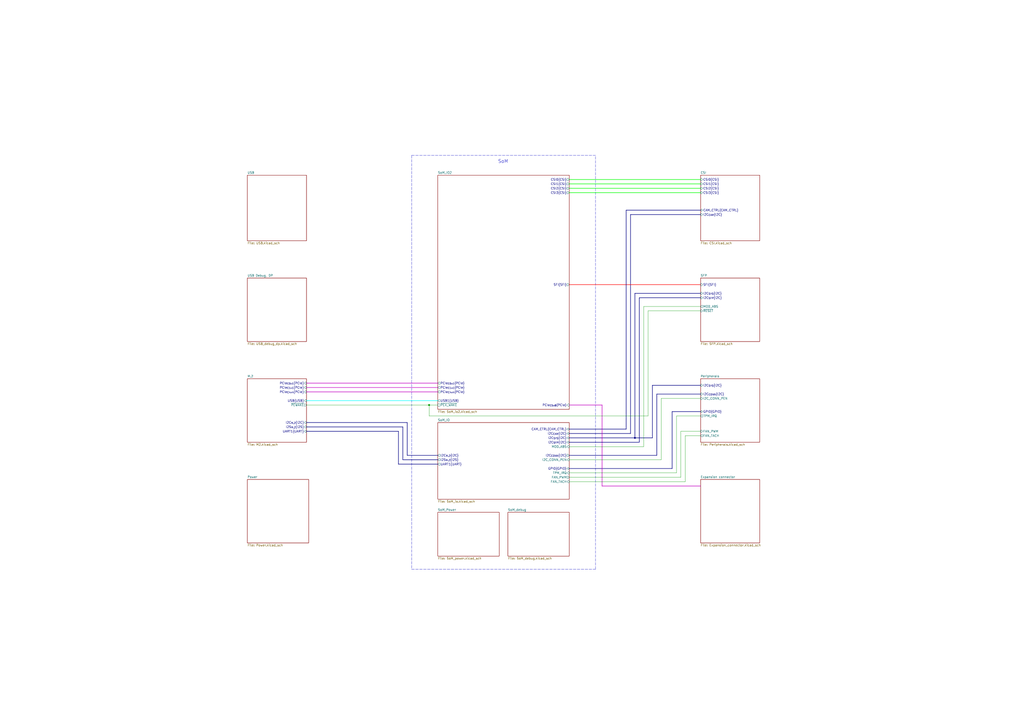
<source format=kicad_sch>
(kicad_sch
	(version 20250114)
	(generator "eeschema")
	(generator_version "9.0")
	(uuid "f569b0be-0afd-48b7-93ee-28582a4c645c")
	(paper "A2")
	(title_block
		(title "Jetson Orin AGX Baseboard")
		(date "2025-08-11")
		(rev "1.0.0")
		(company "Antmicro Ltd")
		(comment 1 "www.antmicro.com")
	)
	(lib_symbols)
	(text "SoM\n"
		(exclude_from_sim no)
		(at 291.846 93.726 0)
		(effects
			(font
				(size 1.905 1.905)
			)
		)
		(uuid "e24181ca-d76c-4dcf-8070-af309271095a")
	)
	(junction
		(at 248.92 234.95)
		(diameter 0)
		(color 0 0 0 0)
		(uuid "1e0d94a8-a275-494f-a95d-d0798434bacf")
	)
	(junction
		(at 368.3 254)
		(diameter 0)
		(color 0 0 0 0)
		(uuid "4901f4fb-5fdf-49f0-b1f3-6d79af1189dc")
	)
	(bus
		(pts
			(xy 365.76 251.46) (xy 365.76 124.46)
		)
		(stroke
			(width 0)
			(type default)
		)
		(uuid "03afb31b-8006-4b8c-a51a-5c40fa5645c7")
	)
	(wire
		(pts
			(xy 375.92 180.34) (xy 375.92 241.3)
		)
		(stroke
			(width 0)
			(type default)
		)
		(uuid "05c25961-1a0c-4144-b227-b305e482f33b")
	)
	(wire
		(pts
			(xy 397.51 252.73) (xy 397.51 279.4)
		)
		(stroke
			(width 0)
			(type default)
		)
		(uuid "072febb0-7f50-4f6c-bcc2-b293dbc6a824")
	)
	(bus
		(pts
			(xy 177.8 222.25) (xy 254 222.25)
		)
		(stroke
			(width 0)
			(type default)
			(color 194 0 194 1)
		)
		(uuid "15ea35b1-95d9-45fe-96da-dcdc0af91cf0")
	)
	(wire
		(pts
			(xy 383.54 266.7) (xy 330.2 266.7)
		)
		(stroke
			(width 0)
			(type default)
		)
		(uuid "27f83344-acf2-4560-b0a8-80eb3bbff76b")
	)
	(wire
		(pts
			(xy 375.92 180.34) (xy 406.4 180.34)
		)
		(stroke
			(width 0)
			(type default)
		)
		(uuid "29f6423c-2e3e-4d04-bca3-c516385e0797")
	)
	(bus
		(pts
			(xy 389.89 238.76) (xy 389.89 271.78)
		)
		(stroke
			(width 0)
			(type default)
		)
		(uuid "2bdd7409-c00c-4c20-a638-2e6ed3dc6448")
	)
	(bus
		(pts
			(xy 406.4 238.76) (xy 389.89 238.76)
		)
		(stroke
			(width 0)
			(type default)
		)
		(uuid "2bfecc6e-a000-4370-a5c4-d680fbbb007c")
	)
	(bus
		(pts
			(xy 365.76 124.46) (xy 406.4 124.46)
		)
		(stroke
			(width 0)
			(type default)
		)
		(uuid "2fb65d1e-3657-4dbd-918e-950036920135")
	)
	(bus
		(pts
			(xy 368.3 170.18) (xy 406.4 170.18)
		)
		(stroke
			(width 0)
			(type default)
		)
		(uuid "30b0e0b2-e06e-4c26-a715-cfd9facdd0ab")
	)
	(wire
		(pts
			(xy 373.38 177.8) (xy 406.4 177.8)
		)
		(stroke
			(width 0)
			(type default)
		)
		(uuid "35285071-d48f-4d9d-9a98-7661314f580a")
	)
	(bus
		(pts
			(xy 370.84 172.72) (xy 370.84 256.54)
		)
		(stroke
			(width 0)
			(type default)
		)
		(uuid "356d9e7b-b3b6-4bb5-86bd-c4632d41a607")
	)
	(wire
		(pts
			(xy 383.54 231.14) (xy 383.54 266.7)
		)
		(stroke
			(width 0)
			(type default)
		)
		(uuid "374d2d3a-6618-42f5-9997-a0744f3825f1")
	)
	(wire
		(pts
			(xy 406.4 252.73) (xy 397.51 252.73)
		)
		(stroke
			(width 0)
			(type default)
		)
		(uuid "378b1e54-1247-45d3-923a-712b47a7c094")
	)
	(bus
		(pts
			(xy 177.8 245.11) (xy 236.22 245.11)
		)
		(stroke
			(width 0)
			(type default)
		)
		(uuid "38704f91-517f-4bdd-adf8-8c5c3a7b5f27")
	)
	(bus
		(pts
			(xy 370.84 256.54) (xy 330.2 256.54)
		)
		(stroke
			(width 0)
			(type default)
		)
		(uuid "39887f0b-b53a-4631-9d61-500d29d53b3c")
	)
	(bus
		(pts
			(xy 177.8 250.19) (xy 231.14 250.19)
		)
		(stroke
			(width 0)
			(type default)
		)
		(uuid "40d8b4e4-afe4-47e5-856b-a4ff462d09f7")
	)
	(bus
		(pts
			(xy 254 264.16) (xy 236.22 264.16)
		)
		(stroke
			(width 0)
			(type default)
		)
		(uuid "48d9c291-817c-45b6-aa9c-9f69506dd199")
	)
	(polyline
		(pts
			(xy 345.44 330.2) (xy 345.44 90.17)
		)
		(stroke
			(width 0)
			(type dash)
		)
		(uuid "55b8dc70-0d59-4622-b042-bce3458f46ee")
	)
	(bus
		(pts
			(xy 349.25 281.94) (xy 406.4 281.94)
		)
		(stroke
			(width 0)
			(type default)
			(color 194 0 194 1)
		)
		(uuid "57626ac0-948e-4dd5-a491-851611f16997")
	)
	(bus
		(pts
			(xy 370.84 172.72) (xy 406.4 172.72)
		)
		(stroke
			(width 0)
			(type default)
		)
		(uuid "58e77d0a-27de-457a-bd7f-414f26938936")
	)
	(wire
		(pts
			(xy 392.43 241.3) (xy 406.4 241.3)
		)
		(stroke
			(width 0)
			(type default)
		)
		(uuid "5e66ae23-c5ec-49dc-a383-948960fc0b97")
	)
	(bus
		(pts
			(xy 378.46 223.52) (xy 378.46 254)
		)
		(stroke
			(width 0)
			(type default)
		)
		(uuid "5e7ef450-ace7-40f8-8ea1-d174ea2669b3")
	)
	(wire
		(pts
			(xy 394.97 276.86) (xy 394.97 250.19)
		)
		(stroke
			(width 0)
			(type default)
		)
		(uuid "638b2bc2-2871-4b99-a251-6997184e903b")
	)
	(wire
		(pts
			(xy 330.2 274.32) (xy 392.43 274.32)
		)
		(stroke
			(width 0)
			(type default)
		)
		(uuid "64ac1fb3-4fcb-4a09-b779-cb6076eae6aa")
	)
	(bus
		(pts
			(xy 381 264.16) (xy 381 228.6)
		)
		(stroke
			(width 0)
			(type default)
		)
		(uuid "67cfa3d1-84d5-4d00-ad22-edab3c910e35")
	)
	(bus
		(pts
			(xy 330.2 111.76) (xy 406.4 111.76)
		)
		(stroke
			(width 0)
			(type default)
			(color 0 255 0 1)
		)
		(uuid "70cf228c-9043-48ee-a954-64f7908c6366")
	)
	(bus
		(pts
			(xy 177.8 227.33) (xy 254 227.33)
		)
		(stroke
			(width 0)
			(type default)
			(color 194 0 194 1)
		)
		(uuid "773c1705-526d-459f-b15c-4b81464c42df")
	)
	(bus
		(pts
			(xy 363.22 121.92) (xy 363.22 248.92)
		)
		(stroke
			(width 0)
			(type default)
		)
		(uuid "773c75cf-4c9b-4d92-9571-f86b19df0005")
	)
	(bus
		(pts
			(xy 177.8 224.79) (xy 254 224.79)
		)
		(stroke
			(width 0)
			(type default)
			(color 194 0 194 1)
		)
		(uuid "793f58ee-ef84-4d81-93b7-0273fee41475")
	)
	(wire
		(pts
			(xy 394.97 250.19) (xy 406.4 250.19)
		)
		(stroke
			(width 0)
			(type default)
		)
		(uuid "7b50d282-d7e9-4230-bcb3-9a43d664a7c9")
	)
	(bus
		(pts
			(xy 406.4 121.92) (xy 363.22 121.92)
		)
		(stroke
			(width 0)
			(type default)
		)
		(uuid "83fd4b4f-72bd-45c6-965f-8987ff717592")
	)
	(polyline
		(pts
			(xy 238.76 90.17) (xy 345.44 90.17)
		)
		(stroke
			(width 0)
			(type dash)
		)
		(uuid "84fab386-b0a5-47fb-843a-679c3940b1cf")
	)
	(bus
		(pts
			(xy 177.8 232.41) (xy 254 232.41)
		)
		(stroke
			(width 0)
			(type default)
			(color 0 255 255 1)
		)
		(uuid "89839920-fd9e-40d9-bff4-6e71979e2759")
	)
	(bus
		(pts
			(xy 381 228.6) (xy 406.4 228.6)
		)
		(stroke
			(width 0)
			(type default)
		)
		(uuid "8ed72b73-fc02-4282-bb90-26b571e1c473")
	)
	(wire
		(pts
			(xy 375.92 241.3) (xy 248.92 241.3)
		)
		(stroke
			(width 0)
			(type default)
		)
		(uuid "95bc4a9f-3322-4360-9cfe-dfa9097a7180")
	)
	(bus
		(pts
			(xy 330.2 234.95) (xy 349.25 234.95)
		)
		(stroke
			(width 0)
			(type default)
			(color 194 0 194 1)
		)
		(uuid "9ac6e1b8-f445-4130-b28a-528cae89e920")
	)
	(wire
		(pts
			(xy 373.38 259.08) (xy 373.38 177.8)
		)
		(stroke
			(width 0)
			(type default)
		)
		(uuid "9b5da9a8-514e-40ab-a303-6a715da2b476")
	)
	(bus
		(pts
			(xy 368.3 170.18) (xy 368.3 254)
		)
		(stroke
			(width 0)
			(type default)
		)
		(uuid "9d57bc0d-f3d8-45b5-b805-2c599433fda4")
	)
	(bus
		(pts
			(xy 330.2 109.22) (xy 406.4 109.22)
		)
		(stroke
			(width 0)
			(type default)
			(color 0 255 0 1)
		)
		(uuid "a4c160f7-68c0-46f2-80fe-ff96caa2475b")
	)
	(polyline
		(pts
			(xy 238.76 330.2) (xy 345.44 330.2)
		)
		(stroke
			(width 0)
			(type dash)
		)
		(uuid "a5b0cba3-2312-4cbc-98e3-30e181df8888")
	)
	(bus
		(pts
			(xy 330.2 104.14) (xy 406.4 104.14)
		)
		(stroke
			(width 0)
			(type default)
			(color 0 255 0 1)
		)
		(uuid "a79ee74b-7f81-4408-b836-ae23317093aa")
	)
	(bus
		(pts
			(xy 177.8 247.65) (xy 233.68 247.65)
		)
		(stroke
			(width 0)
			(type default)
		)
		(uuid "a85a6d7e-3457-4fb1-b799-2a18d0b6e26c")
	)
	(wire
		(pts
			(xy 397.51 279.4) (xy 330.2 279.4)
		)
		(stroke
			(width 0)
			(type default)
		)
		(uuid "ac7a27ee-8f7a-427c-b783-5960c73cf120")
	)
	(bus
		(pts
			(xy 389.89 271.78) (xy 330.2 271.78)
		)
		(stroke
			(width 0)
			(type default)
		)
		(uuid "aea8b822-24ed-4e18-a5cf-2efefada4882")
	)
	(wire
		(pts
			(xy 392.43 274.32) (xy 392.43 241.3)
		)
		(stroke
			(width 0)
			(type default)
		)
		(uuid "b1ca64b8-fe0e-40d0-a091-15c94319e661")
	)
	(bus
		(pts
			(xy 349.25 234.95) (xy 349.25 281.94)
		)
		(stroke
			(width 0)
			(type default)
			(color 194 0 194 1)
		)
		(uuid "b2ffa8c8-47e9-47ee-8075-91ade3134641")
	)
	(bus
		(pts
			(xy 236.22 264.16) (xy 236.22 245.11)
		)
		(stroke
			(width 0)
			(type default)
		)
		(uuid "b738592b-23c8-4e3c-87c9-4249335daa56")
	)
	(bus
		(pts
			(xy 378.46 254) (xy 368.3 254)
		)
		(stroke
			(width 0)
			(type default)
		)
		(uuid "ba1a9adc-def7-4c18-9aee-f10687d8fc9b")
	)
	(wire
		(pts
			(xy 330.2 276.86) (xy 394.97 276.86)
		)
		(stroke
			(width 0)
			(type default)
		)
		(uuid "c4e545ab-3d95-4eeb-875c-491d0c39e2a9")
	)
	(bus
		(pts
			(xy 254 266.7) (xy 233.68 266.7)
		)
		(stroke
			(width 0)
			(type default)
		)
		(uuid "c515916e-31a3-4576-bc01-899a577e1fbf")
	)
	(polyline
		(pts
			(xy 238.76 90.17) (xy 238.76 330.2)
		)
		(stroke
			(width 0)
			(type dash)
		)
		(uuid "ceda1965-866b-41c2-aec8-dc751b67fd60")
	)
	(bus
		(pts
			(xy 254 269.24) (xy 231.14 269.24)
		)
		(stroke
			(width 0)
			(type default)
		)
		(uuid "cf12d50f-bda4-494d-9558-d74845a600a3")
	)
	(bus
		(pts
			(xy 231.14 269.24) (xy 231.14 250.19)
		)
		(stroke
			(width 0)
			(type default)
		)
		(uuid "d2e3bcfd-ba57-44c0-a737-7cc351c7d95c")
	)
	(bus
		(pts
			(xy 330.2 165.1) (xy 406.4 165.1)
		)
		(stroke
			(width 0)
			(type default)
			(color 255 0 0 1)
		)
		(uuid "dcb72810-9c52-4387-b025-58573c030cfb")
	)
	(wire
		(pts
			(xy 248.92 241.3) (xy 248.92 234.95)
		)
		(stroke
			(width 0)
			(type default)
		)
		(uuid "dda4eb8e-0e36-4d79-90ec-7903a6e94b87")
	)
	(bus
		(pts
			(xy 233.68 266.7) (xy 233.68 247.65)
		)
		(stroke
			(width 0)
			(type default)
		)
		(uuid "ddae123b-f703-45d3-b26e-866dc026a5cf")
	)
	(bus
		(pts
			(xy 330.2 251.46) (xy 365.76 251.46)
		)
		(stroke
			(width 0)
			(type default)
		)
		(uuid "e0e37f61-08eb-4d43-aeb4-0000839ebbbb")
	)
	(bus
		(pts
			(xy 368.3 254) (xy 330.2 254)
		)
		(stroke
			(width 0)
			(type default)
		)
		(uuid "e4b5cf90-a57a-4a0d-b771-a6f375e0982a")
	)
	(wire
		(pts
			(xy 177.8 234.95) (xy 248.92 234.95)
		)
		(stroke
			(width 0)
			(type default)
		)
		(uuid "ebd928cf-a8f6-4de0-9081-0039ef47e3fd")
	)
	(wire
		(pts
			(xy 248.92 234.95) (xy 254 234.95)
		)
		(stroke
			(width 0)
			(type default)
		)
		(uuid "ee08fd02-75ea-477f-a8df-d29ab2e1f8a8")
	)
	(bus
		(pts
			(xy 330.2 264.16) (xy 381 264.16)
		)
		(stroke
			(width 0)
			(type default)
		)
		(uuid "f32d576c-de05-4e40-ac40-2d505cfaeb3f")
	)
	(wire
		(pts
			(xy 330.2 259.08) (xy 373.38 259.08)
		)
		(stroke
			(width 0)
			(type default)
		)
		(uuid "f4e29824-102a-44de-a595-8d4cc5770bc8")
	)
	(wire
		(pts
			(xy 406.4 231.14) (xy 383.54 231.14)
		)
		(stroke
			(width 0)
			(type default)
		)
		(uuid "f6fc4437-101e-4c1a-8e04-f8cacb758825")
	)
	(bus
		(pts
			(xy 330.2 106.68) (xy 406.4 106.68)
		)
		(stroke
			(width 0)
			(type default)
			(color 0 255 0 1)
		)
		(uuid "f747c166-2a95-451f-954b-07b1d89ddc5f")
	)
	(bus
		(pts
			(xy 406.4 223.52) (xy 378.46 223.52)
		)
		(stroke
			(width 0)
			(type default)
		)
		(uuid "f7b60183-ed1b-42a5-844d-170f586031b9")
	)
	(bus
		(pts
			(xy 330.2 248.92) (xy 363.22 248.92)
		)
		(stroke
			(width 0)
			(type default)
		)
		(uuid "f8171e75-4d78-4884-ae12-26c931109f56")
	)
	(sheet
		(at 143.51 161.29)
		(size 34.29 36.83)
		(exclude_from_sim no)
		(in_bom yes)
		(on_board yes)
		(dnp no)
		(fields_autoplaced yes)
		(stroke
			(width 0.1524)
			(type solid)
		)
		(fill
			(color 0 0 0 0.0000)
		)
		(uuid "12c19ba5-8fdc-4775-a33b-e8b1ade01b0a")
		(property "Sheetname" "USB Debug, DP"
			(at 143.51 160.5784 0)
			(effects
				(font
					(size 1.27 1.27)
				)
				(justify left bottom)
			)
		)
		(property "Sheetfile" "USB_debug_dp.kicad_sch"
			(at 143.51 198.7046 0)
			(effects
				(font
					(size 1.27 1.27)
				)
				(justify left top)
			)
		)
		(instances
			(project "jetson-orin-agx-baseboard"
				(path "/f569b0be-0afd-48b7-93ee-28582a4c645c"
					(page "13")
				)
			)
		)
	)
	(sheet
		(at 143.51 278.13)
		(size 35.56 36.83)
		(exclude_from_sim no)
		(in_bom yes)
		(on_board yes)
		(dnp no)
		(fields_autoplaced yes)
		(stroke
			(width 0.1524)
			(type solid)
		)
		(fill
			(color 0 0 0 0.0000)
		)
		(uuid "18ddd5dc-52e2-402c-b2e2-8bb33f110eab")
		(property "Sheetname" "Power"
			(at 143.51 277.4184 0)
			(effects
				(font
					(size 1.27 1.27)
				)
				(justify left bottom)
			)
		)
		(property "Sheetfile" "Power.kicad_sch"
			(at 143.51 315.5446 0)
			(effects
				(font
					(size 1.27 1.27)
				)
				(justify left top)
			)
		)
		(instances
			(project "jetson-orin-agx-baseboard"
				(path "/f569b0be-0afd-48b7-93ee-28582a4c645c"
					(page "8")
				)
			)
		)
	)
	(sheet
		(at 254 297.18)
		(size 35.56 25.4)
		(exclude_from_sim no)
		(in_bom yes)
		(on_board yes)
		(dnp no)
		(fields_autoplaced yes)
		(stroke
			(width 0.1524)
			(type solid)
		)
		(fill
			(color 0 0 0 0.0000)
		)
		(uuid "33df10a9-5b30-4fa6-b34e-d62ce1b48c65")
		(property "Sheetname" "SoM_Power"
			(at 254 296.4684 0)
			(effects
				(font
					(size 1.27 1.27)
				)
				(justify left bottom)
			)
		)
		(property "Sheetfile" "SoM_power.kicad_sch"
			(at 254 323.1646 0)
			(effects
				(font
					(size 1.27 1.27)
				)
				(justify left top)
			)
		)
		(instances
			(project "jetson-orin-agx-baseboard"
				(path "/f569b0be-0afd-48b7-93ee-28582a4c645c"
					(page "11")
				)
			)
		)
	)
	(sheet
		(at 143.51 101.6)
		(size 34.29 38.1)
		(exclude_from_sim no)
		(in_bom yes)
		(on_board yes)
		(dnp no)
		(fields_autoplaced yes)
		(stroke
			(width 0.1524)
			(type solid)
		)
		(fill
			(color 0 0 0 0.0000)
		)
		(uuid "3fd0fbfa-9a42-4c7b-8c1c-08c3e88df372")
		(property "Sheetname" "USB"
			(at 143.51 100.8884 0)
			(effects
				(font
					(size 1.27 1.27)
				)
				(justify left bottom)
			)
		)
		(property "Sheetfile" "USB.kicad_sch"
			(at 143.51 140.2846 0)
			(effects
				(font
					(size 1.27 1.27)
				)
				(justify left top)
			)
		)
		(instances
			(project "jetson-orin-agx-baseboard"
				(path "/f569b0be-0afd-48b7-93ee-28582a4c645c"
					(page "7")
				)
			)
		)
	)
	(sheet
		(at 143.51 219.71)
		(size 34.29 36.83)
		(exclude_from_sim no)
		(in_bom yes)
		(on_board yes)
		(dnp no)
		(fields_autoplaced yes)
		(stroke
			(width 0.1524)
			(type solid)
		)
		(fill
			(color 0 0 0 0.0000)
		)
		(uuid "456a2f48-4934-4d0e-aaf0-f39b01ccc0c1")
		(property "Sheetname" "M.2"
			(at 143.51 218.9984 0)
			(effects
				(font
					(size 1.27 1.27)
				)
				(justify left bottom)
			)
		)
		(property "Sheetfile" "M2.kicad_sch"
			(at 143.51 257.1246 0)
			(effects
				(font
					(size 1.27 1.27)
				)
				(justify left top)
			)
		)
		(pin "I2C_{M.2}{I2C}" input
			(at 177.8 245.11 0)
			(uuid "4dd8c568-36d8-402f-af42-2e780eb4a67d")
			(effects
				(font
					(size 1.27 1.27)
				)
				(justify right)
			)
		)
		(pin "I2S_{M.2}{I2S}" input
			(at 177.8 247.65 0)
			(uuid "6f3de70f-8871-42ef-aecb-9d8bf467832e")
			(effects
				(font
					(size 1.27 1.27)
				)
				(justify right)
			)
		)
		(pin "PCIe_{C0x1}{PCIe}" input
			(at 177.8 222.25 0)
			(uuid "44e02e72-0fad-4afd-b17d-05aaef68d26f")
			(effects
				(font
					(size 1.27 1.27)
				)
				(justify right)
			)
		)
		(pin "PCIe_{C1x1}{PCIe}" input
			(at 177.8 224.79 0)
			(uuid "06cf2b66-5b11-4843-b6b1-dd79984af369")
			(effects
				(font
					(size 1.27 1.27)
				)
				(justify right)
			)
		)
		(pin "PCIe_{C4x4}{PCIe}" input
			(at 177.8 227.33 0)
			(uuid "a48bf53d-d365-49a1-908a-1ea28c95be5c")
			(effects
				(font
					(size 1.27 1.27)
				)
				(justify right)
			)
		)
		(pin "UART1{UART}" input
			(at 177.8 250.19 0)
			(uuid "4d124b59-6e03-47f2-8297-7b352406cae6")
			(effects
				(font
					(size 1.27 1.27)
				)
				(justify right)
			)
		)
		(pin "USB{USB}" input
			(at 177.8 232.41 0)
			(uuid "0d0d3773-1ef9-4fc3-8315-707db63a0a33")
			(effects
				(font
					(size 1.27 1.27)
				)
				(justify right)
			)
		)
		(pin "~{PEWAKE}" output
			(at 177.8 234.95 0)
			(uuid "375fc922-2f28-4fc7-ac97-078be819884e")
			(effects
				(font
					(size 1.27 1.27)
				)
				(justify right)
			)
		)
		(instances
			(project "jetson-orin-agx-baseboard"
				(path "/f569b0be-0afd-48b7-93ee-28582a4c645c"
					(page "14")
				)
			)
		)
	)
	(sheet
		(at 406.4 101.6)
		(size 34.29 38.1)
		(exclude_from_sim no)
		(in_bom yes)
		(on_board yes)
		(dnp no)
		(fields_autoplaced yes)
		(stroke
			(width 0.1524)
			(type solid)
		)
		(fill
			(color 0 0 0 0.0000)
		)
		(uuid "5735e52d-0a61-43fd-a7c9-5087dffafe64")
		(property "Sheetname" "CSI"
			(at 406.4 100.8884 0)
			(effects
				(font
					(size 1.27 1.27)
				)
				(justify left bottom)
			)
		)
		(property "Sheetfile" "CSI.kicad_sch"
			(at 406.4 140.2846 0)
			(effects
				(font
					(size 1.27 1.27)
				)
				(justify left top)
			)
		)
		(pin "CSI0{CSI}" input
			(at 406.4 104.14 180)
			(uuid "284bf539-aa10-4a96-a207-3d132a420437")
			(effects
				(font
					(size 1.27 1.27)
				)
				(justify left)
			)
		)
		(pin "CSI1{CSI}" input
			(at 406.4 106.68 180)
			(uuid "d26c1e39-cbc6-49ae-90b9-2d30cd3bdf1d")
			(effects
				(font
					(size 1.27 1.27)
				)
				(justify left)
			)
		)
		(pin "CSI2{CSI}" input
			(at 406.4 109.22 180)
			(uuid "3fa49929-9188-4093-ad9c-d3fc0a3cfd33")
			(effects
				(font
					(size 1.27 1.27)
				)
				(justify left)
			)
		)
		(pin "CSI3{CSI}" input
			(at 406.4 111.76 180)
			(uuid "7f58823d-1db7-4c53-b434-7776be0a87cb")
			(effects
				(font
					(size 1.27 1.27)
				)
				(justify left)
			)
		)
		(pin "I2C_{CAM}{I2C}" input
			(at 406.4 124.46 180)
			(uuid "7b4d9008-5a46-4ef0-b45c-83ce8100beca")
			(effects
				(font
					(size 1.27 1.27)
				)
				(justify left)
			)
		)
		(pin "CAM_CTRL{CAM_CTRL}" bidirectional
			(at 406.4 121.92 180)
			(uuid "e5f8d1b1-c2b5-4e43-8ed1-c396cfb90e22")
			(effects
				(font
					(size 1.27 1.27)
				)
				(justify left)
			)
		)
		(instances
			(project "jetson-orin-agx-baseboard"
				(path "/f569b0be-0afd-48b7-93ee-28582a4c645c"
					(page "12")
				)
			)
		)
	)
	(sheet
		(at 294.64 297.18)
		(size 35.56 25.4)
		(exclude_from_sim no)
		(in_bom yes)
		(on_board yes)
		(dnp no)
		(fields_autoplaced yes)
		(stroke
			(width 0.1524)
			(type solid)
		)
		(fill
			(color 0 0 0 0.0000)
		)
		(uuid "58058c98-426b-4ff8-98ff-207367cfa3e6")
		(property "Sheetname" "SoM_debug"
			(at 294.64 296.4684 0)
			(effects
				(font
					(size 1.27 1.27)
				)
				(justify left bottom)
			)
		)
		(property "Sheetfile" "SoM_debug.kicad_sch"
			(at 294.64 323.1646 0)
			(effects
				(font
					(size 1.27 1.27)
				)
				(justify left top)
			)
		)
		(instances
			(project "jetson-orin-agx-baseboard"
				(path "/f569b0be-0afd-48b7-93ee-28582a4c645c"
					(page "12")
				)
			)
		)
	)
	(sheet
		(at 254 245.11)
		(size 76.2 44.45)
		(exclude_from_sim no)
		(in_bom yes)
		(on_board yes)
		(dnp no)
		(fields_autoplaced yes)
		(stroke
			(width 0.1524)
			(type solid)
		)
		(fill
			(color 0 0 0 0.0000)
		)
		(uuid "5e8e155a-019a-4868-a371-a2eb1e119b3e")
		(property "Sheetname" "SoM_IO"
			(at 254 244.3984 0)
			(effects
				(font
					(size 1.27 1.27)
				)
				(justify left bottom)
			)
		)
		(property "Sheetfile" "SoM_io.kicad_sch"
			(at 254 290.1446 0)
			(effects
				(font
					(size 1.27 1.27)
				)
				(justify left top)
			)
		)
		(pin "I2C_{CAM}{I2C}" bidirectional
			(at 330.2 251.46 0)
			(uuid "047ed3e9-1483-4e7d-8485-ac3f99ada287")
			(effects
				(font
					(size 1.27 1.27)
				)
				(justify right)
			)
		)
		(pin "I2C_{SFP}{I2C}" bidirectional
			(at 330.2 256.54 0)
			(uuid "09e8eeda-d494-4bbd-9c89-97af222f4f3a")
			(effects
				(font
					(size 1.27 1.27)
				)
				(justify right)
			)
		)
		(pin "MOD_ABS" input
			(at 330.2 259.08 0)
			(uuid "361d98b5-baed-4684-b408-13f837bf5479")
			(effects
				(font
					(size 1.27 1.27)
				)
				(justify right)
			)
		)
		(pin "UART1{UART}" output
			(at 254 269.24 180)
			(uuid "adbdfc3f-c501-4dc9-b44a-d8e9520a37b7")
			(effects
				(font
					(size 1.27 1.27)
				)
				(justify left)
			)
		)
		(pin "FAN_PWM" output
			(at 330.2 276.86 0)
			(uuid "ef29a210-53dc-4248-be11-e82227f72622")
			(effects
				(font
					(size 1.27 1.27)
				)
				(justify right)
			)
		)
		(pin "FAN_TACH" input
			(at 330.2 279.4 0)
			(uuid "1d6318ab-12bb-4a5a-922f-2a8cc3a38e16")
			(effects
				(font
					(size 1.27 1.27)
				)
				(justify right)
			)
		)
		(pin "I2C_{M.2}{I2C}" output
			(at 254 264.16 180)
			(uuid "7c291d9c-39a2-4f4b-b82d-0def1305cb60")
			(effects
				(font
					(size 1.27 1.27)
				)
				(justify left)
			)
		)
		(pin "I2C_{SYS}{I2C}" bidirectional
			(at 330.2 254 0)
			(uuid "76f20885-c143-4e7c-ac18-9616ba89b873")
			(effects
				(font
					(size 1.27 1.27)
				)
				(justify right)
			)
		)
		(pin "I2S_{M.2}{I2S}" output
			(at 254 266.7 180)
			(uuid "1f605119-d69f-4385-887e-bc9efc9620fc")
			(effects
				(font
					(size 1.27 1.27)
				)
				(justify left)
			)
		)
		(pin "I2C_{CONN}{I2C}" output
			(at 330.2 264.16 0)
			(uuid "69bb5d30-750b-4319-a614-b986a87591c3")
			(effects
				(font
					(size 1.27 1.27)
				)
				(justify right)
			)
		)
		(pin "CAM_CTRL{CAM_CTRL}" bidirectional
			(at 330.2 248.92 0)
			(uuid "dbbb5e6d-0562-48cd-a65f-266723a98936")
			(effects
				(font
					(size 1.27 1.27)
				)
				(justify right)
			)
		)
		(pin "I2C_CONN_PEN" input
			(at 330.2 266.7 0)
			(uuid "da01a686-76c1-4505-9a79-6beaa79ab459")
			(effects
				(font
					(size 1.27 1.27)
				)
				(justify right)
			)
		)
		(pin "TPM_IRQ" input
			(at 330.2 274.32 0)
			(uuid "dd478383-0dc1-4d30-a3ce-435535372ecb")
			(effects
				(font
					(size 1.27 1.27)
				)
				(justify right)
			)
		)
		(pin "GPIO{GPIO}" bidirectional
			(at 330.2 271.78 0)
			(uuid "56d0c11c-7ef6-4066-aca2-df1d282ef948")
			(effects
				(font
					(size 1.27 1.27)
				)
				(justify right)
			)
		)
		(instances
			(project "jetson-orin-agx-baseboard"
				(path "/f569b0be-0afd-48b7-93ee-28582a4c645c"
					(page "13")
				)
			)
		)
	)
	(sheet
		(at 406.4 278.13)
		(size 34.29 36.83)
		(exclude_from_sim no)
		(in_bom yes)
		(on_board yes)
		(dnp no)
		(fields_autoplaced yes)
		(stroke
			(width 0.1524)
			(type solid)
		)
		(fill
			(color 0 0 0 0.0000)
		)
		(uuid "5fb038ee-4d59-43de-81a4-b4c993aa7149")
		(property "Sheetname" "Expansion connector"
			(at 406.4 277.4184 0)
			(effects
				(font
					(size 1.27 1.27)
				)
				(justify left bottom)
			)
		)
		(property "Sheetfile" "Expansion_connector.kicad_sch"
			(at 406.4 315.5446 0)
			(effects
				(font
					(size 1.27 1.27)
				)
				(justify left top)
			)
		)
		(instances
			(project "jetson-orin-agx-baseboard"
				(path "/f569b0be-0afd-48b7-93ee-28582a4c645c"
					(page "16")
				)
			)
		)
	)
	(sheet
		(at 254 101.6)
		(size 76.2 135.89)
		(exclude_from_sim no)
		(in_bom yes)
		(on_board yes)
		(dnp no)
		(fields_autoplaced yes)
		(stroke
			(width 0.1524)
			(type solid)
		)
		(fill
			(color 0 0 0 0.0000)
		)
		(uuid "656db8bb-c788-4c93-9592-ce18fa1a48a2")
		(property "Sheetname" "SoM_IO2"
			(at 254 100.8884 0)
			(effects
				(font
					(size 1.27 1.27)
				)
				(justify left bottom)
			)
		)
		(property "Sheetfile" "SoM_io2.kicad_sch"
			(at 254 238.0746 0)
			(effects
				(font
					(size 1.27 1.27)
				)
				(justify left top)
			)
		)
		(pin "CSI0{CSI}" output
			(at 330.2 104.14 0)
			(uuid "37aab0ef-8982-409b-a003-7ad986c605a1")
			(effects
				(font
					(size 1.27 1.27)
				)
				(justify right)
			)
		)
		(pin "CSI1{CSI}" output
			(at 330.2 106.68 0)
			(uuid "3c2bd66a-89cf-4023-b664-603edf1801ae")
			(effects
				(font
					(size 1.27 1.27)
				)
				(justify right)
			)
		)
		(pin "CSI2{CSI}" output
			(at 330.2 109.22 0)
			(uuid "99f2ed52-2297-4474-90a5-42cadf798fb3")
			(effects
				(font
					(size 1.27 1.27)
				)
				(justify right)
			)
		)
		(pin "CSI3{CSI}" output
			(at 330.2 111.76 0)
			(uuid "70bc14f8-7dd9-4896-b4d7-69c87adddf98")
			(effects
				(font
					(size 1.27 1.27)
				)
				(justify right)
			)
		)
		(pin "PCIe_{C0x1}{PCIe}" output
			(at 254 222.25 180)
			(uuid "bab65dd0-b671-4405-b5ad-6a32a97673ef")
			(effects
				(font
					(size 1.27 1.27)
				)
				(justify left)
			)
		)
		(pin "PCIe_{C1x1}{PCIe}" output
			(at 254 224.79 180)
			(uuid "ab5b33d0-6b34-4871-8715-6e01adfecbde")
			(effects
				(font
					(size 1.27 1.27)
				)
				(justify left)
			)
		)
		(pin "PCIe_{C4x4}{PCIe}" output
			(at 254 227.33 180)
			(uuid "42e14a99-c736-4e99-94ba-ceaee6e93f03")
			(effects
				(font
					(size 1.27 1.27)
				)
				(justify left)
			)
		)
		(pin "PCIe_{C5x8}{PCIe}" input
			(at 330.2 234.95 0)
			(uuid "85cf30eb-ebb1-4ce7-9f8b-b8e5fe8c7d42")
			(effects
				(font
					(size 1.27 1.27)
				)
				(justify right)
			)
		)
		(pin "SFI{SFI}" output
			(at 330.2 165.1 0)
			(uuid "fe307368-68d2-4b10-bb76-906599b93632")
			(effects
				(font
					(size 1.27 1.27)
				)
				(justify right)
			)
		)
		(pin "USB1{USB}" output
			(at 254 232.41 180)
			(uuid "aee3173a-3454-42e1-9efb-10c660dc9259")
			(effects
				(font
					(size 1.27 1.27)
				)
				(justify left)
			)
		)
		(pin "~{PEX_WAKE}" passive
			(at 254 234.95 180)
			(uuid "ffd66218-1dd5-4828-9778-d3f57beaf6af")
			(effects
				(font
					(size 1.27 1.27)
				)
				(justify left)
			)
		)
		(instances
			(project "jetson-orin-agx-baseboard"
				(path "/f569b0be-0afd-48b7-93ee-28582a4c645c"
					(page "14")
				)
			)
		)
	)
	(sheet
		(at 406.4 161.29)
		(size 34.29 36.83)
		(exclude_from_sim no)
		(in_bom yes)
		(on_board yes)
		(dnp no)
		(fields_autoplaced yes)
		(stroke
			(width 0.1524)
			(type solid)
		)
		(fill
			(color 0 0 0 0.0000)
		)
		(uuid "a94d9c53-c5ac-439c-b57f-c8751a5ad590")
		(property "Sheetname" "SFP"
			(at 406.4 160.5784 0)
			(effects
				(font
					(size 1.27 1.27)
				)
				(justify left bottom)
			)
		)
		(property "Sheetfile" "SFP.kicad_sch"
			(at 406.4 198.7046 0)
			(effects
				(font
					(size 1.27 1.27)
				)
				(justify left top)
			)
		)
		(pin "I2C_{SYS}{I2C}" input
			(at 406.4 170.18 180)
			(uuid "4483696b-33ef-43e3-b5d7-749e39b2e34e")
			(effects
				(font
					(size 1.27 1.27)
				)
				(justify left)
			)
		)
		(pin "I2C_{SFP}{I2C}" input
			(at 406.4 172.72 180)
			(uuid "5d84fb74-5010-4fb1-b8bf-fe1a9c9e514e")
			(effects
				(font
					(size 1.27 1.27)
				)
				(justify left)
			)
		)
		(pin "MOD_ABS" output
			(at 406.4 177.8 180)
			(uuid "6eba1ba6-c116-4c1e-b9ac-64d9ce62ea0a")
			(effects
				(font
					(size 1.27 1.27)
				)
				(justify left)
			)
		)
		(pin "SFI{SFI}" input
			(at 406.4 165.1 180)
			(uuid "c40aaec9-f19a-4b48-856c-4596af9e5d28")
			(effects
				(font
					(size 1.27 1.27)
				)
				(justify left)
			)
		)
		(pin "~{RESET}" input
			(at 406.4 180.34 180)
			(uuid "497750ae-56a2-49f2-8f4e-2b8256ff266a")
			(effects
				(font
					(size 1.27 1.27)
				)
				(justify left)
			)
		)
		(instances
			(project "jetson-orin-agx-baseboard"
				(path "/f569b0be-0afd-48b7-93ee-28582a4c645c"
					(page "10")
				)
			)
		)
	)
	(sheet
		(at 406.4 219.71)
		(size 34.29 36.83)
		(exclude_from_sim no)
		(in_bom yes)
		(on_board yes)
		(dnp no)
		(fields_autoplaced yes)
		(stroke
			(width 0.1524)
			(type solid)
		)
		(fill
			(color 0 0 0 0.0000)
		)
		(uuid "f57c04fe-502b-4d07-880b-2cf807d3e5a1")
		(property "Sheetname" "Peripherals"
			(at 406.4 218.9984 0)
			(effects
				(font
					(size 1.27 1.27)
				)
				(justify left bottom)
			)
		)
		(property "Sheetfile" "Peripherals.kicad_sch"
			(at 406.4 257.1246 0)
			(effects
				(font
					(size 1.27 1.27)
				)
				(justify left top)
			)
		)
		(pin "FAN_PWM" input
			(at 406.4 250.19 180)
			(uuid "0096d776-d9d5-49b1-8cc8-9bf55f9ec298")
			(effects
				(font
					(size 1.27 1.27)
				)
				(justify left)
			)
		)
		(pin "FAN_TACH" output
			(at 406.4 252.73 180)
			(uuid "b6018588-8bbf-42f6-bde0-39ced336e4df")
			(effects
				(font
					(size 1.27 1.27)
				)
				(justify left)
			)
		)
		(pin "GPIO{GPIO}" bidirectional
			(at 406.4 238.76 180)
			(uuid "4ef69ec9-b44b-4966-aef5-f89f98bb6fe2")
			(effects
				(font
					(size 1.27 1.27)
				)
				(justify left)
			)
		)
		(pin "I2C_CONN_PEN" input
			(at 406.4 231.14 180)
			(uuid "71e00197-1ba3-4d4b-b98d-5cb00618e033")
			(effects
				(font
					(size 1.27 1.27)
				)
				(justify left)
			)
		)
		(pin "I2C_{CONN}{I2C}" input
			(at 406.4 228.6 180)
			(uuid "72427d7a-cd4d-4a62-978b-cd0df975122a")
			(effects
				(font
					(size 1.27 1.27)
				)
				(justify left)
			)
		)
		(pin "I2C_{SYS}{I2C}" input
			(at 406.4 223.52 180)
			(uuid "5d4d7ec3-5ad6-4fa2-90f8-0048d5861778")
			(effects
				(font
					(size 1.27 1.27)
				)
				(justify left)
			)
		)
		(pin "TPM_IRQ" output
			(at 406.4 241.3 180)
			(uuid "640f82ae-681f-4c5d-85ec-9ee599d694ef")
			(effects
				(font
					(size 1.27 1.27)
				)
				(justify left)
			)
		)
		(instances
			(project "jetson-orin-agx-baseboard"
				(path "/f569b0be-0afd-48b7-93ee-28582a4c645c"
					(page "13")
				)
			)
		)
	)
	(sheet_instances
		(path "/"
			(page "1")
		)
	)
	(embedded_fonts no)
)

</source>
